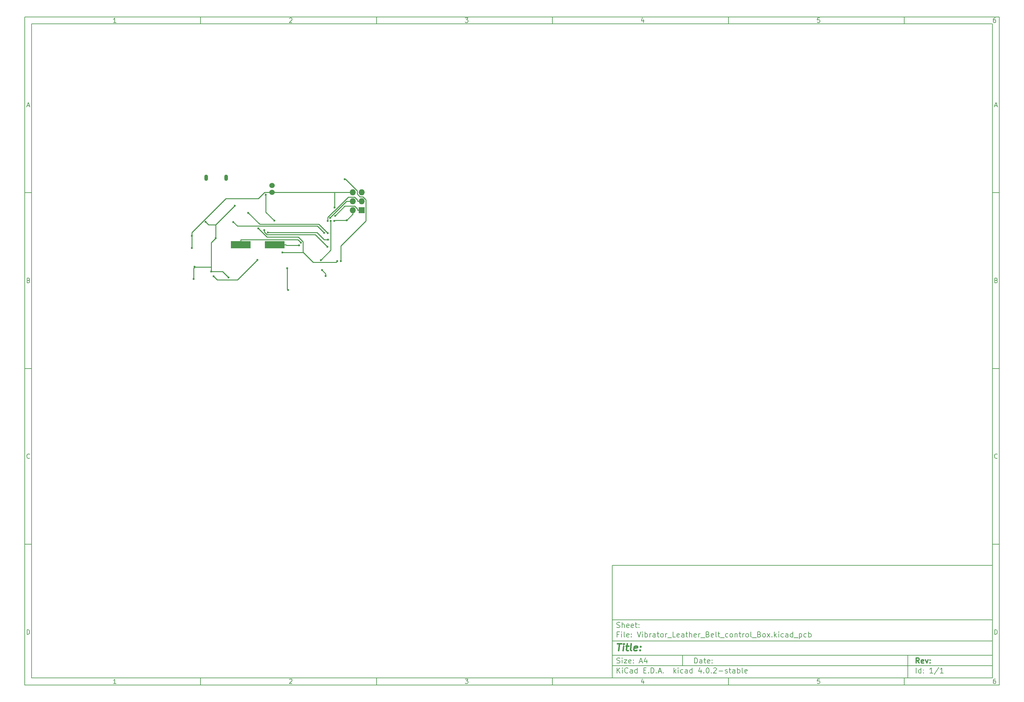
<source format=gbl>
G04 #@! TF.FileFunction,Copper,L2,Bot,Signal*
%FSLAX46Y46*%
G04 Gerber Fmt 4.6, Leading zero omitted, Abs format (unit mm)*
G04 Created by KiCad (PCBNEW 4.0.2-stable) date 2016 October 13, Thursday 23:14:49*
%MOMM*%
G01*
G04 APERTURE LIST*
%ADD10C,0.100000*%
%ADD11C,0.150000*%
%ADD12C,0.300000*%
%ADD13C,0.400000*%
%ADD14O,1.050000X1.800000*%
%ADD15C,1.524000*%
%ADD16R,1.727200X1.727200*%
%ADD17O,1.727200X1.727200*%
%ADD18R,5.600700X2.100580*%
%ADD19C,0.600000*%
%ADD20C,0.250000*%
G04 APERTURE END LIST*
D10*
D11*
X177002200Y-166007200D02*
X177002200Y-198007200D01*
X285002200Y-198007200D01*
X285002200Y-166007200D01*
X177002200Y-166007200D01*
D10*
D11*
X10000000Y-10000000D02*
X10000000Y-200007200D01*
X287002200Y-200007200D01*
X287002200Y-10000000D01*
X10000000Y-10000000D01*
D10*
D11*
X12000000Y-12000000D02*
X12000000Y-198007200D01*
X285002200Y-198007200D01*
X285002200Y-12000000D01*
X12000000Y-12000000D01*
D10*
D11*
X60000000Y-12000000D02*
X60000000Y-10000000D01*
D10*
D11*
X110000000Y-12000000D02*
X110000000Y-10000000D01*
D10*
D11*
X160000000Y-12000000D02*
X160000000Y-10000000D01*
D10*
D11*
X210000000Y-12000000D02*
X210000000Y-10000000D01*
D10*
D11*
X260000000Y-12000000D02*
X260000000Y-10000000D01*
D10*
D11*
X35990476Y-11588095D02*
X35247619Y-11588095D01*
X35619048Y-11588095D02*
X35619048Y-10288095D01*
X35495238Y-10473810D01*
X35371429Y-10597619D01*
X35247619Y-10659524D01*
D10*
D11*
X85247619Y-10411905D02*
X85309524Y-10350000D01*
X85433333Y-10288095D01*
X85742857Y-10288095D01*
X85866667Y-10350000D01*
X85928571Y-10411905D01*
X85990476Y-10535714D01*
X85990476Y-10659524D01*
X85928571Y-10845238D01*
X85185714Y-11588095D01*
X85990476Y-11588095D01*
D10*
D11*
X135185714Y-10288095D02*
X135990476Y-10288095D01*
X135557143Y-10783333D01*
X135742857Y-10783333D01*
X135866667Y-10845238D01*
X135928571Y-10907143D01*
X135990476Y-11030952D01*
X135990476Y-11340476D01*
X135928571Y-11464286D01*
X135866667Y-11526190D01*
X135742857Y-11588095D01*
X135371429Y-11588095D01*
X135247619Y-11526190D01*
X135185714Y-11464286D01*
D10*
D11*
X185866667Y-10721429D02*
X185866667Y-11588095D01*
X185557143Y-10226190D02*
X185247619Y-11154762D01*
X186052381Y-11154762D01*
D10*
D11*
X235928571Y-10288095D02*
X235309524Y-10288095D01*
X235247619Y-10907143D01*
X235309524Y-10845238D01*
X235433333Y-10783333D01*
X235742857Y-10783333D01*
X235866667Y-10845238D01*
X235928571Y-10907143D01*
X235990476Y-11030952D01*
X235990476Y-11340476D01*
X235928571Y-11464286D01*
X235866667Y-11526190D01*
X235742857Y-11588095D01*
X235433333Y-11588095D01*
X235309524Y-11526190D01*
X235247619Y-11464286D01*
D10*
D11*
X285866667Y-10288095D02*
X285619048Y-10288095D01*
X285495238Y-10350000D01*
X285433333Y-10411905D01*
X285309524Y-10597619D01*
X285247619Y-10845238D01*
X285247619Y-11340476D01*
X285309524Y-11464286D01*
X285371429Y-11526190D01*
X285495238Y-11588095D01*
X285742857Y-11588095D01*
X285866667Y-11526190D01*
X285928571Y-11464286D01*
X285990476Y-11340476D01*
X285990476Y-11030952D01*
X285928571Y-10907143D01*
X285866667Y-10845238D01*
X285742857Y-10783333D01*
X285495238Y-10783333D01*
X285371429Y-10845238D01*
X285309524Y-10907143D01*
X285247619Y-11030952D01*
D10*
D11*
X60000000Y-198007200D02*
X60000000Y-200007200D01*
D10*
D11*
X110000000Y-198007200D02*
X110000000Y-200007200D01*
D10*
D11*
X160000000Y-198007200D02*
X160000000Y-200007200D01*
D10*
D11*
X210000000Y-198007200D02*
X210000000Y-200007200D01*
D10*
D11*
X260000000Y-198007200D02*
X260000000Y-200007200D01*
D10*
D11*
X35990476Y-199595295D02*
X35247619Y-199595295D01*
X35619048Y-199595295D02*
X35619048Y-198295295D01*
X35495238Y-198481010D01*
X35371429Y-198604819D01*
X35247619Y-198666724D01*
D10*
D11*
X85247619Y-198419105D02*
X85309524Y-198357200D01*
X85433333Y-198295295D01*
X85742857Y-198295295D01*
X85866667Y-198357200D01*
X85928571Y-198419105D01*
X85990476Y-198542914D01*
X85990476Y-198666724D01*
X85928571Y-198852438D01*
X85185714Y-199595295D01*
X85990476Y-199595295D01*
D10*
D11*
X135185714Y-198295295D02*
X135990476Y-198295295D01*
X135557143Y-198790533D01*
X135742857Y-198790533D01*
X135866667Y-198852438D01*
X135928571Y-198914343D01*
X135990476Y-199038152D01*
X135990476Y-199347676D01*
X135928571Y-199471486D01*
X135866667Y-199533390D01*
X135742857Y-199595295D01*
X135371429Y-199595295D01*
X135247619Y-199533390D01*
X135185714Y-199471486D01*
D10*
D11*
X185866667Y-198728629D02*
X185866667Y-199595295D01*
X185557143Y-198233390D02*
X185247619Y-199161962D01*
X186052381Y-199161962D01*
D10*
D11*
X235928571Y-198295295D02*
X235309524Y-198295295D01*
X235247619Y-198914343D01*
X235309524Y-198852438D01*
X235433333Y-198790533D01*
X235742857Y-198790533D01*
X235866667Y-198852438D01*
X235928571Y-198914343D01*
X235990476Y-199038152D01*
X235990476Y-199347676D01*
X235928571Y-199471486D01*
X235866667Y-199533390D01*
X235742857Y-199595295D01*
X235433333Y-199595295D01*
X235309524Y-199533390D01*
X235247619Y-199471486D01*
D10*
D11*
X285866667Y-198295295D02*
X285619048Y-198295295D01*
X285495238Y-198357200D01*
X285433333Y-198419105D01*
X285309524Y-198604819D01*
X285247619Y-198852438D01*
X285247619Y-199347676D01*
X285309524Y-199471486D01*
X285371429Y-199533390D01*
X285495238Y-199595295D01*
X285742857Y-199595295D01*
X285866667Y-199533390D01*
X285928571Y-199471486D01*
X285990476Y-199347676D01*
X285990476Y-199038152D01*
X285928571Y-198914343D01*
X285866667Y-198852438D01*
X285742857Y-198790533D01*
X285495238Y-198790533D01*
X285371429Y-198852438D01*
X285309524Y-198914343D01*
X285247619Y-199038152D01*
D10*
D11*
X10000000Y-60000000D02*
X12000000Y-60000000D01*
D10*
D11*
X10000000Y-110000000D02*
X12000000Y-110000000D01*
D10*
D11*
X10000000Y-160000000D02*
X12000000Y-160000000D01*
D10*
D11*
X10690476Y-35216667D02*
X11309524Y-35216667D01*
X10566667Y-35588095D02*
X11000000Y-34288095D01*
X11433333Y-35588095D01*
D10*
D11*
X11092857Y-84907143D02*
X11278571Y-84969048D01*
X11340476Y-85030952D01*
X11402381Y-85154762D01*
X11402381Y-85340476D01*
X11340476Y-85464286D01*
X11278571Y-85526190D01*
X11154762Y-85588095D01*
X10659524Y-85588095D01*
X10659524Y-84288095D01*
X11092857Y-84288095D01*
X11216667Y-84350000D01*
X11278571Y-84411905D01*
X11340476Y-84535714D01*
X11340476Y-84659524D01*
X11278571Y-84783333D01*
X11216667Y-84845238D01*
X11092857Y-84907143D01*
X10659524Y-84907143D01*
D10*
D11*
X11402381Y-135464286D02*
X11340476Y-135526190D01*
X11154762Y-135588095D01*
X11030952Y-135588095D01*
X10845238Y-135526190D01*
X10721429Y-135402381D01*
X10659524Y-135278571D01*
X10597619Y-135030952D01*
X10597619Y-134845238D01*
X10659524Y-134597619D01*
X10721429Y-134473810D01*
X10845238Y-134350000D01*
X11030952Y-134288095D01*
X11154762Y-134288095D01*
X11340476Y-134350000D01*
X11402381Y-134411905D01*
D10*
D11*
X10659524Y-185588095D02*
X10659524Y-184288095D01*
X10969048Y-184288095D01*
X11154762Y-184350000D01*
X11278571Y-184473810D01*
X11340476Y-184597619D01*
X11402381Y-184845238D01*
X11402381Y-185030952D01*
X11340476Y-185278571D01*
X11278571Y-185402381D01*
X11154762Y-185526190D01*
X10969048Y-185588095D01*
X10659524Y-185588095D01*
D10*
D11*
X287002200Y-60000000D02*
X285002200Y-60000000D01*
D10*
D11*
X287002200Y-110000000D02*
X285002200Y-110000000D01*
D10*
D11*
X287002200Y-160000000D02*
X285002200Y-160000000D01*
D10*
D11*
X285692676Y-35216667D02*
X286311724Y-35216667D01*
X285568867Y-35588095D02*
X286002200Y-34288095D01*
X286435533Y-35588095D01*
D10*
D11*
X286095057Y-84907143D02*
X286280771Y-84969048D01*
X286342676Y-85030952D01*
X286404581Y-85154762D01*
X286404581Y-85340476D01*
X286342676Y-85464286D01*
X286280771Y-85526190D01*
X286156962Y-85588095D01*
X285661724Y-85588095D01*
X285661724Y-84288095D01*
X286095057Y-84288095D01*
X286218867Y-84350000D01*
X286280771Y-84411905D01*
X286342676Y-84535714D01*
X286342676Y-84659524D01*
X286280771Y-84783333D01*
X286218867Y-84845238D01*
X286095057Y-84907143D01*
X285661724Y-84907143D01*
D10*
D11*
X286404581Y-135464286D02*
X286342676Y-135526190D01*
X286156962Y-135588095D01*
X286033152Y-135588095D01*
X285847438Y-135526190D01*
X285723629Y-135402381D01*
X285661724Y-135278571D01*
X285599819Y-135030952D01*
X285599819Y-134845238D01*
X285661724Y-134597619D01*
X285723629Y-134473810D01*
X285847438Y-134350000D01*
X286033152Y-134288095D01*
X286156962Y-134288095D01*
X286342676Y-134350000D01*
X286404581Y-134411905D01*
D10*
D11*
X285661724Y-185588095D02*
X285661724Y-184288095D01*
X285971248Y-184288095D01*
X286156962Y-184350000D01*
X286280771Y-184473810D01*
X286342676Y-184597619D01*
X286404581Y-184845238D01*
X286404581Y-185030952D01*
X286342676Y-185278571D01*
X286280771Y-185402381D01*
X286156962Y-185526190D01*
X285971248Y-185588095D01*
X285661724Y-185588095D01*
D10*
D11*
X200359343Y-193785771D02*
X200359343Y-192285771D01*
X200716486Y-192285771D01*
X200930771Y-192357200D01*
X201073629Y-192500057D01*
X201145057Y-192642914D01*
X201216486Y-192928629D01*
X201216486Y-193142914D01*
X201145057Y-193428629D01*
X201073629Y-193571486D01*
X200930771Y-193714343D01*
X200716486Y-193785771D01*
X200359343Y-193785771D01*
X202502200Y-193785771D02*
X202502200Y-193000057D01*
X202430771Y-192857200D01*
X202287914Y-192785771D01*
X202002200Y-192785771D01*
X201859343Y-192857200D01*
X202502200Y-193714343D02*
X202359343Y-193785771D01*
X202002200Y-193785771D01*
X201859343Y-193714343D01*
X201787914Y-193571486D01*
X201787914Y-193428629D01*
X201859343Y-193285771D01*
X202002200Y-193214343D01*
X202359343Y-193214343D01*
X202502200Y-193142914D01*
X203002200Y-192785771D02*
X203573629Y-192785771D01*
X203216486Y-192285771D02*
X203216486Y-193571486D01*
X203287914Y-193714343D01*
X203430772Y-193785771D01*
X203573629Y-193785771D01*
X204645057Y-193714343D02*
X204502200Y-193785771D01*
X204216486Y-193785771D01*
X204073629Y-193714343D01*
X204002200Y-193571486D01*
X204002200Y-193000057D01*
X204073629Y-192857200D01*
X204216486Y-192785771D01*
X204502200Y-192785771D01*
X204645057Y-192857200D01*
X204716486Y-193000057D01*
X204716486Y-193142914D01*
X204002200Y-193285771D01*
X205359343Y-193642914D02*
X205430771Y-193714343D01*
X205359343Y-193785771D01*
X205287914Y-193714343D01*
X205359343Y-193642914D01*
X205359343Y-193785771D01*
X205359343Y-192857200D02*
X205430771Y-192928629D01*
X205359343Y-193000057D01*
X205287914Y-192928629D01*
X205359343Y-192857200D01*
X205359343Y-193000057D01*
D10*
D11*
X177002200Y-194507200D02*
X285002200Y-194507200D01*
D10*
D11*
X178359343Y-196585771D02*
X178359343Y-195085771D01*
X179216486Y-196585771D02*
X178573629Y-195728629D01*
X179216486Y-195085771D02*
X178359343Y-195942914D01*
X179859343Y-196585771D02*
X179859343Y-195585771D01*
X179859343Y-195085771D02*
X179787914Y-195157200D01*
X179859343Y-195228629D01*
X179930771Y-195157200D01*
X179859343Y-195085771D01*
X179859343Y-195228629D01*
X181430772Y-196442914D02*
X181359343Y-196514343D01*
X181145057Y-196585771D01*
X181002200Y-196585771D01*
X180787915Y-196514343D01*
X180645057Y-196371486D01*
X180573629Y-196228629D01*
X180502200Y-195942914D01*
X180502200Y-195728629D01*
X180573629Y-195442914D01*
X180645057Y-195300057D01*
X180787915Y-195157200D01*
X181002200Y-195085771D01*
X181145057Y-195085771D01*
X181359343Y-195157200D01*
X181430772Y-195228629D01*
X182716486Y-196585771D02*
X182716486Y-195800057D01*
X182645057Y-195657200D01*
X182502200Y-195585771D01*
X182216486Y-195585771D01*
X182073629Y-195657200D01*
X182716486Y-196514343D02*
X182573629Y-196585771D01*
X182216486Y-196585771D01*
X182073629Y-196514343D01*
X182002200Y-196371486D01*
X182002200Y-196228629D01*
X182073629Y-196085771D01*
X182216486Y-196014343D01*
X182573629Y-196014343D01*
X182716486Y-195942914D01*
X184073629Y-196585771D02*
X184073629Y-195085771D01*
X184073629Y-196514343D02*
X183930772Y-196585771D01*
X183645058Y-196585771D01*
X183502200Y-196514343D01*
X183430772Y-196442914D01*
X183359343Y-196300057D01*
X183359343Y-195871486D01*
X183430772Y-195728629D01*
X183502200Y-195657200D01*
X183645058Y-195585771D01*
X183930772Y-195585771D01*
X184073629Y-195657200D01*
X185930772Y-195800057D02*
X186430772Y-195800057D01*
X186645058Y-196585771D02*
X185930772Y-196585771D01*
X185930772Y-195085771D01*
X186645058Y-195085771D01*
X187287915Y-196442914D02*
X187359343Y-196514343D01*
X187287915Y-196585771D01*
X187216486Y-196514343D01*
X187287915Y-196442914D01*
X187287915Y-196585771D01*
X188002201Y-196585771D02*
X188002201Y-195085771D01*
X188359344Y-195085771D01*
X188573629Y-195157200D01*
X188716487Y-195300057D01*
X188787915Y-195442914D01*
X188859344Y-195728629D01*
X188859344Y-195942914D01*
X188787915Y-196228629D01*
X188716487Y-196371486D01*
X188573629Y-196514343D01*
X188359344Y-196585771D01*
X188002201Y-196585771D01*
X189502201Y-196442914D02*
X189573629Y-196514343D01*
X189502201Y-196585771D01*
X189430772Y-196514343D01*
X189502201Y-196442914D01*
X189502201Y-196585771D01*
X190145058Y-196157200D02*
X190859344Y-196157200D01*
X190002201Y-196585771D02*
X190502201Y-195085771D01*
X191002201Y-196585771D01*
X191502201Y-196442914D02*
X191573629Y-196514343D01*
X191502201Y-196585771D01*
X191430772Y-196514343D01*
X191502201Y-196442914D01*
X191502201Y-196585771D01*
X194502201Y-196585771D02*
X194502201Y-195085771D01*
X194645058Y-196014343D02*
X195073629Y-196585771D01*
X195073629Y-195585771D02*
X194502201Y-196157200D01*
X195716487Y-196585771D02*
X195716487Y-195585771D01*
X195716487Y-195085771D02*
X195645058Y-195157200D01*
X195716487Y-195228629D01*
X195787915Y-195157200D01*
X195716487Y-195085771D01*
X195716487Y-195228629D01*
X197073630Y-196514343D02*
X196930773Y-196585771D01*
X196645059Y-196585771D01*
X196502201Y-196514343D01*
X196430773Y-196442914D01*
X196359344Y-196300057D01*
X196359344Y-195871486D01*
X196430773Y-195728629D01*
X196502201Y-195657200D01*
X196645059Y-195585771D01*
X196930773Y-195585771D01*
X197073630Y-195657200D01*
X198359344Y-196585771D02*
X198359344Y-195800057D01*
X198287915Y-195657200D01*
X198145058Y-195585771D01*
X197859344Y-195585771D01*
X197716487Y-195657200D01*
X198359344Y-196514343D02*
X198216487Y-196585771D01*
X197859344Y-196585771D01*
X197716487Y-196514343D01*
X197645058Y-196371486D01*
X197645058Y-196228629D01*
X197716487Y-196085771D01*
X197859344Y-196014343D01*
X198216487Y-196014343D01*
X198359344Y-195942914D01*
X199716487Y-196585771D02*
X199716487Y-195085771D01*
X199716487Y-196514343D02*
X199573630Y-196585771D01*
X199287916Y-196585771D01*
X199145058Y-196514343D01*
X199073630Y-196442914D01*
X199002201Y-196300057D01*
X199002201Y-195871486D01*
X199073630Y-195728629D01*
X199145058Y-195657200D01*
X199287916Y-195585771D01*
X199573630Y-195585771D01*
X199716487Y-195657200D01*
X202216487Y-195585771D02*
X202216487Y-196585771D01*
X201859344Y-195014343D02*
X201502201Y-196085771D01*
X202430773Y-196085771D01*
X203002201Y-196442914D02*
X203073629Y-196514343D01*
X203002201Y-196585771D01*
X202930772Y-196514343D01*
X203002201Y-196442914D01*
X203002201Y-196585771D01*
X204002201Y-195085771D02*
X204145058Y-195085771D01*
X204287915Y-195157200D01*
X204359344Y-195228629D01*
X204430773Y-195371486D01*
X204502201Y-195657200D01*
X204502201Y-196014343D01*
X204430773Y-196300057D01*
X204359344Y-196442914D01*
X204287915Y-196514343D01*
X204145058Y-196585771D01*
X204002201Y-196585771D01*
X203859344Y-196514343D01*
X203787915Y-196442914D01*
X203716487Y-196300057D01*
X203645058Y-196014343D01*
X203645058Y-195657200D01*
X203716487Y-195371486D01*
X203787915Y-195228629D01*
X203859344Y-195157200D01*
X204002201Y-195085771D01*
X205145058Y-196442914D02*
X205216486Y-196514343D01*
X205145058Y-196585771D01*
X205073629Y-196514343D01*
X205145058Y-196442914D01*
X205145058Y-196585771D01*
X205787915Y-195228629D02*
X205859344Y-195157200D01*
X206002201Y-195085771D01*
X206359344Y-195085771D01*
X206502201Y-195157200D01*
X206573630Y-195228629D01*
X206645058Y-195371486D01*
X206645058Y-195514343D01*
X206573630Y-195728629D01*
X205716487Y-196585771D01*
X206645058Y-196585771D01*
X207287915Y-196014343D02*
X208430772Y-196014343D01*
X209073629Y-196514343D02*
X209216486Y-196585771D01*
X209502201Y-196585771D01*
X209645058Y-196514343D01*
X209716486Y-196371486D01*
X209716486Y-196300057D01*
X209645058Y-196157200D01*
X209502201Y-196085771D01*
X209287915Y-196085771D01*
X209145058Y-196014343D01*
X209073629Y-195871486D01*
X209073629Y-195800057D01*
X209145058Y-195657200D01*
X209287915Y-195585771D01*
X209502201Y-195585771D01*
X209645058Y-195657200D01*
X210145058Y-195585771D02*
X210716487Y-195585771D01*
X210359344Y-195085771D02*
X210359344Y-196371486D01*
X210430772Y-196514343D01*
X210573630Y-196585771D01*
X210716487Y-196585771D01*
X211859344Y-196585771D02*
X211859344Y-195800057D01*
X211787915Y-195657200D01*
X211645058Y-195585771D01*
X211359344Y-195585771D01*
X211216487Y-195657200D01*
X211859344Y-196514343D02*
X211716487Y-196585771D01*
X211359344Y-196585771D01*
X211216487Y-196514343D01*
X211145058Y-196371486D01*
X211145058Y-196228629D01*
X211216487Y-196085771D01*
X211359344Y-196014343D01*
X211716487Y-196014343D01*
X211859344Y-195942914D01*
X212573630Y-196585771D02*
X212573630Y-195085771D01*
X212573630Y-195657200D02*
X212716487Y-195585771D01*
X213002201Y-195585771D01*
X213145058Y-195657200D01*
X213216487Y-195728629D01*
X213287916Y-195871486D01*
X213287916Y-196300057D01*
X213216487Y-196442914D01*
X213145058Y-196514343D01*
X213002201Y-196585771D01*
X212716487Y-196585771D01*
X212573630Y-196514343D01*
X214145059Y-196585771D02*
X214002201Y-196514343D01*
X213930773Y-196371486D01*
X213930773Y-195085771D01*
X215287915Y-196514343D02*
X215145058Y-196585771D01*
X214859344Y-196585771D01*
X214716487Y-196514343D01*
X214645058Y-196371486D01*
X214645058Y-195800057D01*
X214716487Y-195657200D01*
X214859344Y-195585771D01*
X215145058Y-195585771D01*
X215287915Y-195657200D01*
X215359344Y-195800057D01*
X215359344Y-195942914D01*
X214645058Y-196085771D01*
D10*
D11*
X177002200Y-191507200D02*
X285002200Y-191507200D01*
D10*
D12*
X264216486Y-193785771D02*
X263716486Y-193071486D01*
X263359343Y-193785771D02*
X263359343Y-192285771D01*
X263930771Y-192285771D01*
X264073629Y-192357200D01*
X264145057Y-192428629D01*
X264216486Y-192571486D01*
X264216486Y-192785771D01*
X264145057Y-192928629D01*
X264073629Y-193000057D01*
X263930771Y-193071486D01*
X263359343Y-193071486D01*
X265430771Y-193714343D02*
X265287914Y-193785771D01*
X265002200Y-193785771D01*
X264859343Y-193714343D01*
X264787914Y-193571486D01*
X264787914Y-193000057D01*
X264859343Y-192857200D01*
X265002200Y-192785771D01*
X265287914Y-192785771D01*
X265430771Y-192857200D01*
X265502200Y-193000057D01*
X265502200Y-193142914D01*
X264787914Y-193285771D01*
X266002200Y-192785771D02*
X266359343Y-193785771D01*
X266716485Y-192785771D01*
X267287914Y-193642914D02*
X267359342Y-193714343D01*
X267287914Y-193785771D01*
X267216485Y-193714343D01*
X267287914Y-193642914D01*
X267287914Y-193785771D01*
X267287914Y-192857200D02*
X267359342Y-192928629D01*
X267287914Y-193000057D01*
X267216485Y-192928629D01*
X267287914Y-192857200D01*
X267287914Y-193000057D01*
D10*
D11*
X178287914Y-193714343D02*
X178502200Y-193785771D01*
X178859343Y-193785771D01*
X179002200Y-193714343D01*
X179073629Y-193642914D01*
X179145057Y-193500057D01*
X179145057Y-193357200D01*
X179073629Y-193214343D01*
X179002200Y-193142914D01*
X178859343Y-193071486D01*
X178573629Y-193000057D01*
X178430771Y-192928629D01*
X178359343Y-192857200D01*
X178287914Y-192714343D01*
X178287914Y-192571486D01*
X178359343Y-192428629D01*
X178430771Y-192357200D01*
X178573629Y-192285771D01*
X178930771Y-192285771D01*
X179145057Y-192357200D01*
X179787914Y-193785771D02*
X179787914Y-192785771D01*
X179787914Y-192285771D02*
X179716485Y-192357200D01*
X179787914Y-192428629D01*
X179859342Y-192357200D01*
X179787914Y-192285771D01*
X179787914Y-192428629D01*
X180359343Y-192785771D02*
X181145057Y-192785771D01*
X180359343Y-193785771D01*
X181145057Y-193785771D01*
X182287914Y-193714343D02*
X182145057Y-193785771D01*
X181859343Y-193785771D01*
X181716486Y-193714343D01*
X181645057Y-193571486D01*
X181645057Y-193000057D01*
X181716486Y-192857200D01*
X181859343Y-192785771D01*
X182145057Y-192785771D01*
X182287914Y-192857200D01*
X182359343Y-193000057D01*
X182359343Y-193142914D01*
X181645057Y-193285771D01*
X183002200Y-193642914D02*
X183073628Y-193714343D01*
X183002200Y-193785771D01*
X182930771Y-193714343D01*
X183002200Y-193642914D01*
X183002200Y-193785771D01*
X183002200Y-192857200D02*
X183073628Y-192928629D01*
X183002200Y-193000057D01*
X182930771Y-192928629D01*
X183002200Y-192857200D01*
X183002200Y-193000057D01*
X184787914Y-193357200D02*
X185502200Y-193357200D01*
X184645057Y-193785771D02*
X185145057Y-192285771D01*
X185645057Y-193785771D01*
X186787914Y-192785771D02*
X186787914Y-193785771D01*
X186430771Y-192214343D02*
X186073628Y-193285771D01*
X187002200Y-193285771D01*
D10*
D11*
X263359343Y-196585771D02*
X263359343Y-195085771D01*
X264716486Y-196585771D02*
X264716486Y-195085771D01*
X264716486Y-196514343D02*
X264573629Y-196585771D01*
X264287915Y-196585771D01*
X264145057Y-196514343D01*
X264073629Y-196442914D01*
X264002200Y-196300057D01*
X264002200Y-195871486D01*
X264073629Y-195728629D01*
X264145057Y-195657200D01*
X264287915Y-195585771D01*
X264573629Y-195585771D01*
X264716486Y-195657200D01*
X265430772Y-196442914D02*
X265502200Y-196514343D01*
X265430772Y-196585771D01*
X265359343Y-196514343D01*
X265430772Y-196442914D01*
X265430772Y-196585771D01*
X265430772Y-195657200D02*
X265502200Y-195728629D01*
X265430772Y-195800057D01*
X265359343Y-195728629D01*
X265430772Y-195657200D01*
X265430772Y-195800057D01*
X268073629Y-196585771D02*
X267216486Y-196585771D01*
X267645058Y-196585771D02*
X267645058Y-195085771D01*
X267502201Y-195300057D01*
X267359343Y-195442914D01*
X267216486Y-195514343D01*
X269787914Y-195014343D02*
X268502200Y-196942914D01*
X271073629Y-196585771D02*
X270216486Y-196585771D01*
X270645058Y-196585771D02*
X270645058Y-195085771D01*
X270502201Y-195300057D01*
X270359343Y-195442914D01*
X270216486Y-195514343D01*
D10*
D11*
X177002200Y-187507200D02*
X285002200Y-187507200D01*
D10*
D13*
X178454581Y-188211962D02*
X179597438Y-188211962D01*
X178776010Y-190211962D02*
X179026010Y-188211962D01*
X180014105Y-190211962D02*
X180180771Y-188878629D01*
X180264105Y-188211962D02*
X180156962Y-188307200D01*
X180240295Y-188402438D01*
X180347439Y-188307200D01*
X180264105Y-188211962D01*
X180240295Y-188402438D01*
X180847438Y-188878629D02*
X181609343Y-188878629D01*
X181216486Y-188211962D02*
X181002200Y-189926248D01*
X181073630Y-190116724D01*
X181252201Y-190211962D01*
X181442677Y-190211962D01*
X182395058Y-190211962D02*
X182216487Y-190116724D01*
X182145057Y-189926248D01*
X182359343Y-188211962D01*
X183930772Y-190116724D02*
X183728391Y-190211962D01*
X183347439Y-190211962D01*
X183168867Y-190116724D01*
X183097438Y-189926248D01*
X183192676Y-189164343D01*
X183311724Y-188973867D01*
X183514105Y-188878629D01*
X183895057Y-188878629D01*
X184073629Y-188973867D01*
X184145057Y-189164343D01*
X184121248Y-189354819D01*
X183145057Y-189545295D01*
X184895057Y-190021486D02*
X184978392Y-190116724D01*
X184871248Y-190211962D01*
X184787915Y-190116724D01*
X184895057Y-190021486D01*
X184871248Y-190211962D01*
X185026010Y-188973867D02*
X185109344Y-189069105D01*
X185002200Y-189164343D01*
X184918867Y-189069105D01*
X185026010Y-188973867D01*
X185002200Y-189164343D01*
D10*
D11*
X178859343Y-185600057D02*
X178359343Y-185600057D01*
X178359343Y-186385771D02*
X178359343Y-184885771D01*
X179073629Y-184885771D01*
X179645057Y-186385771D02*
X179645057Y-185385771D01*
X179645057Y-184885771D02*
X179573628Y-184957200D01*
X179645057Y-185028629D01*
X179716485Y-184957200D01*
X179645057Y-184885771D01*
X179645057Y-185028629D01*
X180573629Y-186385771D02*
X180430771Y-186314343D01*
X180359343Y-186171486D01*
X180359343Y-184885771D01*
X181716485Y-186314343D02*
X181573628Y-186385771D01*
X181287914Y-186385771D01*
X181145057Y-186314343D01*
X181073628Y-186171486D01*
X181073628Y-185600057D01*
X181145057Y-185457200D01*
X181287914Y-185385771D01*
X181573628Y-185385771D01*
X181716485Y-185457200D01*
X181787914Y-185600057D01*
X181787914Y-185742914D01*
X181073628Y-185885771D01*
X182430771Y-186242914D02*
X182502199Y-186314343D01*
X182430771Y-186385771D01*
X182359342Y-186314343D01*
X182430771Y-186242914D01*
X182430771Y-186385771D01*
X182430771Y-185457200D02*
X182502199Y-185528629D01*
X182430771Y-185600057D01*
X182359342Y-185528629D01*
X182430771Y-185457200D01*
X182430771Y-185600057D01*
X184073628Y-184885771D02*
X184573628Y-186385771D01*
X185073628Y-184885771D01*
X185573628Y-186385771D02*
X185573628Y-185385771D01*
X185573628Y-184885771D02*
X185502199Y-184957200D01*
X185573628Y-185028629D01*
X185645056Y-184957200D01*
X185573628Y-184885771D01*
X185573628Y-185028629D01*
X186287914Y-186385771D02*
X186287914Y-184885771D01*
X186287914Y-185457200D02*
X186430771Y-185385771D01*
X186716485Y-185385771D01*
X186859342Y-185457200D01*
X186930771Y-185528629D01*
X187002200Y-185671486D01*
X187002200Y-186100057D01*
X186930771Y-186242914D01*
X186859342Y-186314343D01*
X186716485Y-186385771D01*
X186430771Y-186385771D01*
X186287914Y-186314343D01*
X187645057Y-186385771D02*
X187645057Y-185385771D01*
X187645057Y-185671486D02*
X187716485Y-185528629D01*
X187787914Y-185457200D01*
X187930771Y-185385771D01*
X188073628Y-185385771D01*
X189216485Y-186385771D02*
X189216485Y-185600057D01*
X189145056Y-185457200D01*
X189002199Y-185385771D01*
X188716485Y-185385771D01*
X188573628Y-185457200D01*
X189216485Y-186314343D02*
X189073628Y-186385771D01*
X188716485Y-186385771D01*
X188573628Y-186314343D01*
X188502199Y-186171486D01*
X188502199Y-186028629D01*
X188573628Y-185885771D01*
X188716485Y-185814343D01*
X189073628Y-185814343D01*
X189216485Y-185742914D01*
X189716485Y-185385771D02*
X190287914Y-185385771D01*
X189930771Y-184885771D02*
X189930771Y-186171486D01*
X190002199Y-186314343D01*
X190145057Y-186385771D01*
X190287914Y-186385771D01*
X191002200Y-186385771D02*
X190859342Y-186314343D01*
X190787914Y-186242914D01*
X190716485Y-186100057D01*
X190716485Y-185671486D01*
X190787914Y-185528629D01*
X190859342Y-185457200D01*
X191002200Y-185385771D01*
X191216485Y-185385771D01*
X191359342Y-185457200D01*
X191430771Y-185528629D01*
X191502200Y-185671486D01*
X191502200Y-186100057D01*
X191430771Y-186242914D01*
X191359342Y-186314343D01*
X191216485Y-186385771D01*
X191002200Y-186385771D01*
X192145057Y-186385771D02*
X192145057Y-185385771D01*
X192145057Y-185671486D02*
X192216485Y-185528629D01*
X192287914Y-185457200D01*
X192430771Y-185385771D01*
X192573628Y-185385771D01*
X192716485Y-186528629D02*
X193859342Y-186528629D01*
X194930771Y-186385771D02*
X194216485Y-186385771D01*
X194216485Y-184885771D01*
X196002199Y-186314343D02*
X195859342Y-186385771D01*
X195573628Y-186385771D01*
X195430771Y-186314343D01*
X195359342Y-186171486D01*
X195359342Y-185600057D01*
X195430771Y-185457200D01*
X195573628Y-185385771D01*
X195859342Y-185385771D01*
X196002199Y-185457200D01*
X196073628Y-185600057D01*
X196073628Y-185742914D01*
X195359342Y-185885771D01*
X197359342Y-186385771D02*
X197359342Y-185600057D01*
X197287913Y-185457200D01*
X197145056Y-185385771D01*
X196859342Y-185385771D01*
X196716485Y-185457200D01*
X197359342Y-186314343D02*
X197216485Y-186385771D01*
X196859342Y-186385771D01*
X196716485Y-186314343D01*
X196645056Y-186171486D01*
X196645056Y-186028629D01*
X196716485Y-185885771D01*
X196859342Y-185814343D01*
X197216485Y-185814343D01*
X197359342Y-185742914D01*
X197859342Y-185385771D02*
X198430771Y-185385771D01*
X198073628Y-184885771D02*
X198073628Y-186171486D01*
X198145056Y-186314343D01*
X198287914Y-186385771D01*
X198430771Y-186385771D01*
X198930771Y-186385771D02*
X198930771Y-184885771D01*
X199573628Y-186385771D02*
X199573628Y-185600057D01*
X199502199Y-185457200D01*
X199359342Y-185385771D01*
X199145057Y-185385771D01*
X199002199Y-185457200D01*
X198930771Y-185528629D01*
X200859342Y-186314343D02*
X200716485Y-186385771D01*
X200430771Y-186385771D01*
X200287914Y-186314343D01*
X200216485Y-186171486D01*
X200216485Y-185600057D01*
X200287914Y-185457200D01*
X200430771Y-185385771D01*
X200716485Y-185385771D01*
X200859342Y-185457200D01*
X200930771Y-185600057D01*
X200930771Y-185742914D01*
X200216485Y-185885771D01*
X201573628Y-186385771D02*
X201573628Y-185385771D01*
X201573628Y-185671486D02*
X201645056Y-185528629D01*
X201716485Y-185457200D01*
X201859342Y-185385771D01*
X202002199Y-185385771D01*
X202145056Y-186528629D02*
X203287913Y-186528629D01*
X204145056Y-185600057D02*
X204359342Y-185671486D01*
X204430770Y-185742914D01*
X204502199Y-185885771D01*
X204502199Y-186100057D01*
X204430770Y-186242914D01*
X204359342Y-186314343D01*
X204216484Y-186385771D01*
X203645056Y-186385771D01*
X203645056Y-184885771D01*
X204145056Y-184885771D01*
X204287913Y-184957200D01*
X204359342Y-185028629D01*
X204430770Y-185171486D01*
X204430770Y-185314343D01*
X204359342Y-185457200D01*
X204287913Y-185528629D01*
X204145056Y-185600057D01*
X203645056Y-185600057D01*
X205716484Y-186314343D02*
X205573627Y-186385771D01*
X205287913Y-186385771D01*
X205145056Y-186314343D01*
X205073627Y-186171486D01*
X205073627Y-185600057D01*
X205145056Y-185457200D01*
X205287913Y-185385771D01*
X205573627Y-185385771D01*
X205716484Y-185457200D01*
X205787913Y-185600057D01*
X205787913Y-185742914D01*
X205073627Y-185885771D01*
X206645056Y-186385771D02*
X206502198Y-186314343D01*
X206430770Y-186171486D01*
X206430770Y-184885771D01*
X207002198Y-185385771D02*
X207573627Y-185385771D01*
X207216484Y-184885771D02*
X207216484Y-186171486D01*
X207287912Y-186314343D01*
X207430770Y-186385771D01*
X207573627Y-186385771D01*
X207716484Y-186528629D02*
X208859341Y-186528629D01*
X209859341Y-186314343D02*
X209716484Y-186385771D01*
X209430770Y-186385771D01*
X209287912Y-186314343D01*
X209216484Y-186242914D01*
X209145055Y-186100057D01*
X209145055Y-185671486D01*
X209216484Y-185528629D01*
X209287912Y-185457200D01*
X209430770Y-185385771D01*
X209716484Y-185385771D01*
X209859341Y-185457200D01*
X210716484Y-186385771D02*
X210573626Y-186314343D01*
X210502198Y-186242914D01*
X210430769Y-186100057D01*
X210430769Y-185671486D01*
X210502198Y-185528629D01*
X210573626Y-185457200D01*
X210716484Y-185385771D01*
X210930769Y-185385771D01*
X211073626Y-185457200D01*
X211145055Y-185528629D01*
X211216484Y-185671486D01*
X211216484Y-186100057D01*
X211145055Y-186242914D01*
X211073626Y-186314343D01*
X210930769Y-186385771D01*
X210716484Y-186385771D01*
X211859341Y-185385771D02*
X211859341Y-186385771D01*
X211859341Y-185528629D02*
X211930769Y-185457200D01*
X212073627Y-185385771D01*
X212287912Y-185385771D01*
X212430769Y-185457200D01*
X212502198Y-185600057D01*
X212502198Y-186385771D01*
X213002198Y-185385771D02*
X213573627Y-185385771D01*
X213216484Y-184885771D02*
X213216484Y-186171486D01*
X213287912Y-186314343D01*
X213430770Y-186385771D01*
X213573627Y-186385771D01*
X214073627Y-186385771D02*
X214073627Y-185385771D01*
X214073627Y-185671486D02*
X214145055Y-185528629D01*
X214216484Y-185457200D01*
X214359341Y-185385771D01*
X214502198Y-185385771D01*
X215216484Y-186385771D02*
X215073626Y-186314343D01*
X215002198Y-186242914D01*
X214930769Y-186100057D01*
X214930769Y-185671486D01*
X215002198Y-185528629D01*
X215073626Y-185457200D01*
X215216484Y-185385771D01*
X215430769Y-185385771D01*
X215573626Y-185457200D01*
X215645055Y-185528629D01*
X215716484Y-185671486D01*
X215716484Y-186100057D01*
X215645055Y-186242914D01*
X215573626Y-186314343D01*
X215430769Y-186385771D01*
X215216484Y-186385771D01*
X216573627Y-186385771D02*
X216430769Y-186314343D01*
X216359341Y-186171486D01*
X216359341Y-184885771D01*
X216787912Y-186528629D02*
X217930769Y-186528629D01*
X218787912Y-185600057D02*
X219002198Y-185671486D01*
X219073626Y-185742914D01*
X219145055Y-185885771D01*
X219145055Y-186100057D01*
X219073626Y-186242914D01*
X219002198Y-186314343D01*
X218859340Y-186385771D01*
X218287912Y-186385771D01*
X218287912Y-184885771D01*
X218787912Y-184885771D01*
X218930769Y-184957200D01*
X219002198Y-185028629D01*
X219073626Y-185171486D01*
X219073626Y-185314343D01*
X219002198Y-185457200D01*
X218930769Y-185528629D01*
X218787912Y-185600057D01*
X218287912Y-185600057D01*
X220002198Y-186385771D02*
X219859340Y-186314343D01*
X219787912Y-186242914D01*
X219716483Y-186100057D01*
X219716483Y-185671486D01*
X219787912Y-185528629D01*
X219859340Y-185457200D01*
X220002198Y-185385771D01*
X220216483Y-185385771D01*
X220359340Y-185457200D01*
X220430769Y-185528629D01*
X220502198Y-185671486D01*
X220502198Y-186100057D01*
X220430769Y-186242914D01*
X220359340Y-186314343D01*
X220216483Y-186385771D01*
X220002198Y-186385771D01*
X221002198Y-186385771D02*
X221787912Y-185385771D01*
X221002198Y-185385771D02*
X221787912Y-186385771D01*
X222359341Y-186242914D02*
X222430769Y-186314343D01*
X222359341Y-186385771D01*
X222287912Y-186314343D01*
X222359341Y-186242914D01*
X222359341Y-186385771D01*
X223073627Y-186385771D02*
X223073627Y-184885771D01*
X223216484Y-185814343D02*
X223645055Y-186385771D01*
X223645055Y-185385771D02*
X223073627Y-185957200D01*
X224287913Y-186385771D02*
X224287913Y-185385771D01*
X224287913Y-184885771D02*
X224216484Y-184957200D01*
X224287913Y-185028629D01*
X224359341Y-184957200D01*
X224287913Y-184885771D01*
X224287913Y-185028629D01*
X225645056Y-186314343D02*
X225502199Y-186385771D01*
X225216485Y-186385771D01*
X225073627Y-186314343D01*
X225002199Y-186242914D01*
X224930770Y-186100057D01*
X224930770Y-185671486D01*
X225002199Y-185528629D01*
X225073627Y-185457200D01*
X225216485Y-185385771D01*
X225502199Y-185385771D01*
X225645056Y-185457200D01*
X226930770Y-186385771D02*
X226930770Y-185600057D01*
X226859341Y-185457200D01*
X226716484Y-185385771D01*
X226430770Y-185385771D01*
X226287913Y-185457200D01*
X226930770Y-186314343D02*
X226787913Y-186385771D01*
X226430770Y-186385771D01*
X226287913Y-186314343D01*
X226216484Y-186171486D01*
X226216484Y-186028629D01*
X226287913Y-185885771D01*
X226430770Y-185814343D01*
X226787913Y-185814343D01*
X226930770Y-185742914D01*
X228287913Y-186385771D02*
X228287913Y-184885771D01*
X228287913Y-186314343D02*
X228145056Y-186385771D01*
X227859342Y-186385771D01*
X227716484Y-186314343D01*
X227645056Y-186242914D01*
X227573627Y-186100057D01*
X227573627Y-185671486D01*
X227645056Y-185528629D01*
X227716484Y-185457200D01*
X227859342Y-185385771D01*
X228145056Y-185385771D01*
X228287913Y-185457200D01*
X228645056Y-186528629D02*
X229787913Y-186528629D01*
X230145056Y-185385771D02*
X230145056Y-186885771D01*
X230145056Y-185457200D02*
X230287913Y-185385771D01*
X230573627Y-185385771D01*
X230716484Y-185457200D01*
X230787913Y-185528629D01*
X230859342Y-185671486D01*
X230859342Y-186100057D01*
X230787913Y-186242914D01*
X230716484Y-186314343D01*
X230573627Y-186385771D01*
X230287913Y-186385771D01*
X230145056Y-186314343D01*
X232145056Y-186314343D02*
X232002199Y-186385771D01*
X231716485Y-186385771D01*
X231573627Y-186314343D01*
X231502199Y-186242914D01*
X231430770Y-186100057D01*
X231430770Y-185671486D01*
X231502199Y-185528629D01*
X231573627Y-185457200D01*
X231716485Y-185385771D01*
X232002199Y-185385771D01*
X232145056Y-185457200D01*
X232787913Y-186385771D02*
X232787913Y-184885771D01*
X232787913Y-185457200D02*
X232930770Y-185385771D01*
X233216484Y-185385771D01*
X233359341Y-185457200D01*
X233430770Y-185528629D01*
X233502199Y-185671486D01*
X233502199Y-186100057D01*
X233430770Y-186242914D01*
X233359341Y-186314343D01*
X233216484Y-186385771D01*
X232930770Y-186385771D01*
X232787913Y-186314343D01*
D10*
D11*
X177002200Y-181507200D02*
X285002200Y-181507200D01*
D10*
D11*
X178287914Y-183614343D02*
X178502200Y-183685771D01*
X178859343Y-183685771D01*
X179002200Y-183614343D01*
X179073629Y-183542914D01*
X179145057Y-183400057D01*
X179145057Y-183257200D01*
X179073629Y-183114343D01*
X179002200Y-183042914D01*
X178859343Y-182971486D01*
X178573629Y-182900057D01*
X178430771Y-182828629D01*
X178359343Y-182757200D01*
X178287914Y-182614343D01*
X178287914Y-182471486D01*
X178359343Y-182328629D01*
X178430771Y-182257200D01*
X178573629Y-182185771D01*
X178930771Y-182185771D01*
X179145057Y-182257200D01*
X179787914Y-183685771D02*
X179787914Y-182185771D01*
X180430771Y-183685771D02*
X180430771Y-182900057D01*
X180359342Y-182757200D01*
X180216485Y-182685771D01*
X180002200Y-182685771D01*
X179859342Y-182757200D01*
X179787914Y-182828629D01*
X181716485Y-183614343D02*
X181573628Y-183685771D01*
X181287914Y-183685771D01*
X181145057Y-183614343D01*
X181073628Y-183471486D01*
X181073628Y-182900057D01*
X181145057Y-182757200D01*
X181287914Y-182685771D01*
X181573628Y-182685771D01*
X181716485Y-182757200D01*
X181787914Y-182900057D01*
X181787914Y-183042914D01*
X181073628Y-183185771D01*
X183002199Y-183614343D02*
X182859342Y-183685771D01*
X182573628Y-183685771D01*
X182430771Y-183614343D01*
X182359342Y-183471486D01*
X182359342Y-182900057D01*
X182430771Y-182757200D01*
X182573628Y-182685771D01*
X182859342Y-182685771D01*
X183002199Y-182757200D01*
X183073628Y-182900057D01*
X183073628Y-183042914D01*
X182359342Y-183185771D01*
X183502199Y-182685771D02*
X184073628Y-182685771D01*
X183716485Y-182185771D02*
X183716485Y-183471486D01*
X183787913Y-183614343D01*
X183930771Y-183685771D01*
X184073628Y-183685771D01*
X184573628Y-183542914D02*
X184645056Y-183614343D01*
X184573628Y-183685771D01*
X184502199Y-183614343D01*
X184573628Y-183542914D01*
X184573628Y-183685771D01*
X184573628Y-182757200D02*
X184645056Y-182828629D01*
X184573628Y-182900057D01*
X184502199Y-182828629D01*
X184573628Y-182757200D01*
X184573628Y-182900057D01*
D10*
D11*
X197002200Y-191507200D02*
X197002200Y-194507200D01*
D10*
D11*
X261002200Y-191507200D02*
X261002200Y-198007200D01*
D14*
X61575000Y-55750000D03*
X67225000Y-55750000D03*
D15*
X80300000Y-57900000D03*
X80300000Y-59900000D03*
D16*
X105750000Y-65000000D03*
D17*
X103210000Y-65000000D03*
X105750000Y-62460000D03*
X103210000Y-62460000D03*
X105750000Y-59920000D03*
X103210000Y-59920000D03*
D18*
X81098860Y-74750000D03*
X71401140Y-74750000D03*
D19*
X57500000Y-75750000D03*
X57500000Y-72250000D03*
X95571800Y-83713100D03*
X94482500Y-81963500D03*
X98046800Y-64237700D03*
X64285500Y-72947800D03*
X63054800Y-82418900D03*
X58262400Y-81016700D03*
X69751300Y-63667200D03*
X61430000Y-68291100D03*
X57987600Y-84500900D03*
X67940200Y-84125400D03*
X98007000Y-68028000D03*
X101530000Y-67855600D03*
X80933800Y-67947300D03*
X78513600Y-60576900D03*
X84834200Y-87700000D03*
X84652900Y-81503200D03*
X76131000Y-79079800D03*
X63740000Y-83750000D03*
X98231800Y-66563600D03*
X96120400Y-68043600D03*
X96834500Y-67201600D03*
X83283200Y-77000000D03*
X98832900Y-79440400D03*
X76415000Y-70143100D03*
X78072100Y-70652900D03*
X96083600Y-75397100D03*
X79141700Y-71296100D03*
X96200000Y-73327700D03*
X96123000Y-71514100D03*
X73523800Y-65724700D03*
X95146100Y-71441400D03*
X69325000Y-68378600D03*
X94152100Y-79176800D03*
X96999900Y-68031000D03*
X99874700Y-79430400D03*
X100961600Y-56191700D03*
X88497300Y-74176600D03*
X87961700Y-75000000D03*
D20*
X57500000Y-72250000D02*
X57500000Y-75750000D01*
X103210000Y-59920000D02*
X102021100Y-59920000D01*
X95571800Y-83052800D02*
X95571800Y-83713100D01*
X94482500Y-81963500D02*
X95571800Y-83052800D01*
X78165000Y-59900000D02*
X80300000Y-59900000D01*
X76421500Y-61643500D02*
X78165000Y-59900000D01*
X67171000Y-61643500D02*
X76421500Y-61643500D01*
X57500000Y-71314500D02*
X67171000Y-61643500D01*
X57500000Y-72250000D02*
X57500000Y-71314500D01*
X98046800Y-59920000D02*
X98046800Y-64237700D01*
X80320000Y-59920000D02*
X98046800Y-59920000D01*
X80300000Y-59900000D02*
X80320000Y-59920000D01*
X98046800Y-59920000D02*
X102021100Y-59920000D01*
X63054800Y-74178500D02*
X64285500Y-72947800D01*
X63054800Y-81154400D02*
X63054800Y-74178500D01*
X62271900Y-69133000D02*
X61430000Y-68291100D01*
X64285500Y-69133000D02*
X62271900Y-69133000D01*
X64285500Y-72947800D02*
X64285500Y-69133000D01*
X64285500Y-69133000D02*
X69751300Y-63667200D01*
X58335700Y-81090000D02*
X58262400Y-81016700D01*
X58335700Y-81154400D02*
X58335700Y-81090000D01*
X63054800Y-81154400D02*
X58335700Y-81154400D01*
X57987600Y-81502500D02*
X57987600Y-84500900D01*
X58335700Y-81154400D02*
X57987600Y-81502500D01*
X63054800Y-81154400D02*
X63054800Y-82418900D01*
X66233700Y-82418900D02*
X67940200Y-84125400D01*
X63054800Y-82418900D02*
X66233700Y-82418900D01*
X98179400Y-67855600D02*
X101530000Y-67855600D01*
X98007000Y-68028000D02*
X98179400Y-67855600D01*
X103210000Y-65000000D02*
X103210000Y-66188900D01*
X103196700Y-66188900D02*
X103210000Y-66188900D01*
X101530000Y-67855600D02*
X103196700Y-66188900D01*
X78513600Y-65527100D02*
X80933800Y-67947300D01*
X78513600Y-60576900D02*
X78513600Y-65527100D01*
X84652900Y-87518700D02*
X84652900Y-81503200D01*
X84834200Y-87700000D02*
X84652900Y-87518700D01*
X64759100Y-84769100D02*
X63740000Y-83750000D01*
X70441700Y-84769100D02*
X64759100Y-84769100D01*
X76131000Y-79079800D02*
X70441700Y-84769100D01*
X105750000Y-65000000D02*
X104561100Y-65000000D01*
X104561100Y-64628500D02*
X104561100Y-65000000D01*
X103743600Y-63811000D02*
X104561100Y-64628500D01*
X100984400Y-63811000D02*
X103743600Y-63811000D01*
X98231800Y-66563600D02*
X100984400Y-63811000D01*
X104561100Y-62088400D02*
X104561100Y-62460000D01*
X103743800Y-61271100D02*
X104561100Y-62088400D01*
X101935000Y-61271100D02*
X103743800Y-61271100D01*
X97976200Y-65229900D02*
X101935000Y-61271100D01*
X97872200Y-65229900D02*
X97976200Y-65229900D01*
X96120400Y-66981700D02*
X97872200Y-65229900D01*
X96120400Y-68043600D02*
X96120400Y-66981700D01*
X105750000Y-62460000D02*
X104561100Y-62460000D01*
X101427600Y-62460000D02*
X103210000Y-62460000D01*
X96834500Y-67053100D02*
X101427600Y-62460000D01*
X96834500Y-67201600D02*
X96834500Y-67053100D01*
X98470900Y-79802400D02*
X98832900Y-79440400D01*
X91995800Y-79802400D02*
X98470900Y-79802400D01*
X89122600Y-76929200D02*
X91995800Y-79802400D01*
X89051800Y-77000000D02*
X89122600Y-76929200D01*
X83283200Y-77000000D02*
X89051800Y-77000000D01*
X78820400Y-72548500D02*
X76415000Y-70143100D01*
X87753600Y-72548500D02*
X78820400Y-72548500D01*
X89122600Y-73917500D02*
X87753600Y-72548500D01*
X89122600Y-76929200D02*
X89122600Y-73917500D01*
X78072200Y-70652900D02*
X78072100Y-70652900D01*
X78072200Y-71110900D02*
X78072200Y-70652900D01*
X78882700Y-71921400D02*
X78072200Y-71110900D01*
X92607900Y-71921400D02*
X78882700Y-71921400D01*
X96083600Y-75397100D02*
X92607900Y-71921400D01*
X95094100Y-73327700D02*
X96200000Y-73327700D01*
X93062500Y-71296100D02*
X95094100Y-73327700D01*
X79141700Y-71296100D02*
X93062500Y-71296100D01*
X76783100Y-68984000D02*
X73523800Y-65724700D01*
X93592900Y-68984000D02*
X76783100Y-68984000D01*
X96123000Y-71514100D02*
X93592900Y-68984000D01*
X93191000Y-69486300D02*
X95146100Y-71441400D01*
X70432700Y-69486300D02*
X93191000Y-69486300D01*
X69325000Y-68378600D02*
X70432700Y-69486300D01*
X96999900Y-76329000D02*
X94152100Y-79176800D01*
X96999900Y-68031000D02*
X96999900Y-76329000D01*
X99874700Y-75108300D02*
X99874700Y-79430400D01*
X106942100Y-68040900D02*
X99874700Y-75108300D01*
X106942100Y-61965100D02*
X106942100Y-68040900D01*
X106134300Y-61157300D02*
X106942100Y-61965100D01*
X105300500Y-61157300D02*
X106134300Y-61157300D01*
X104480000Y-60336800D02*
X105300500Y-61157300D01*
X104480000Y-59470600D02*
X104480000Y-60336800D01*
X101201100Y-56191700D02*
X104480000Y-59470600D01*
X100961600Y-56191700D02*
X101201100Y-56191700D01*
X87695100Y-73374400D02*
X88497300Y-74176600D01*
X71401100Y-73374400D02*
X87695100Y-73374400D01*
X71401100Y-74750000D02*
X71401100Y-73374400D01*
X81098900Y-74750000D02*
X84224500Y-74750000D01*
X84474500Y-75000000D02*
X87961700Y-75000000D01*
X84224500Y-74750000D02*
X84474500Y-75000000D01*
M02*

</source>
